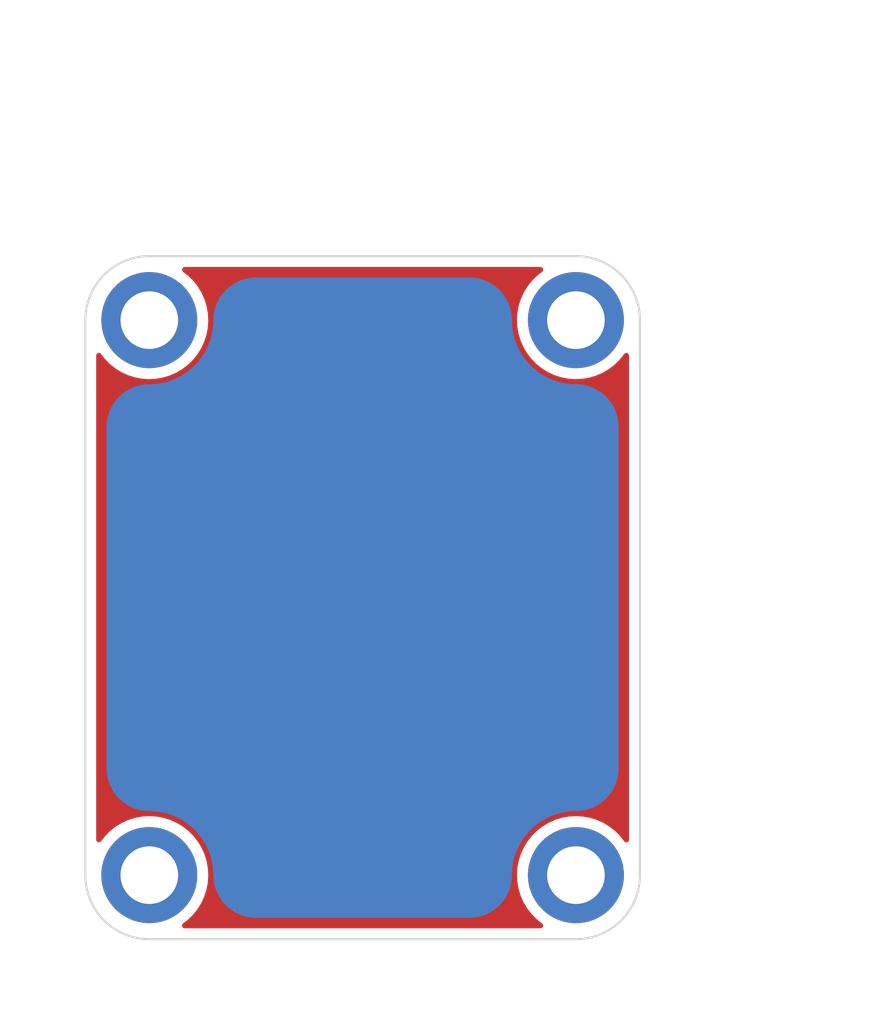
<source format=kicad_pcb>
(kicad_pcb (version 20211014) (generator pcbnew)
  (layers (0 "F.Cu" signal) (31 "B.Cu" signal) (34 "B.Paste" user) (35 "F.Paste" user) (36 "B.SilkS" user "B.Silkscreen") (37 "F.SilkS" user "F.Silkscreen") (38 "B.Mask" user) (39 "F.Mask" user) (44 "Edge.Cuts" user))
  (net 0 "")
  (footprint "MountingHole:MountingHole_2.7mm_M2.5_ISO14580_Pad_TopBottom" (layer "F.Cu") (at 170 79)
    (fp_text reference "H4" hide)
    (fp_text value "MountingHole" hide)
    (pad "1" connect circle locked (at 0 0) (size 4.5 4.5) (layers "F.Cu" "F.Mask"))
    (pad "1" thru_hole circle locked (at 0 0) (size 3.1 3.1) (drill 2.7) (layers *.Cu *.Mask))
    (pad "1" connect circle locked (at 0 0) (size 4.5 4.5) (layers "B.Cu" "B.Mask"))
  )
  (footprint "MountingHole:MountingHole_2.7mm_M2.5_ISO14580_Pad_TopBottom" (layer "F.Cu") (at 170 105)
    (fp_text reference "H2" hide)
    (fp_text value "MountingHole" hide)
    (pad "1" connect circle locked (at 0 0) (size 4.5 4.5) (layers "B.Cu" "B.Mask"))
    (pad "1" thru_hole circle locked (at 0 0) (size 3.1 3.1) (drill 2.7) (layers *.Cu *.Mask))
    (pad "1" connect circle locked (at 0 0) (size 4.5 4.5) (layers "F.Cu" "F.Mask"))
  )
  (footprint "MountingHole:MountingHole_2.7mm_M2.5_ISO14580_Pad_TopBottom" (layer "F.Cu") (at 150 105)
    (fp_text reference "H3" hide)
    (fp_text value "MountingHole" hide)
    (pad "1" connect circle locked (at 0 0) (size 4.5 4.5) (layers "F.Cu" "F.Mask"))
    (pad "1" thru_hole circle locked (at 0 0) (size 3.1 3.1) (drill 2.7) (layers *.Cu *.Mask))
    (pad "1" connect circle locked (at 0 0) (size 4.5 4.5) (layers "B.Cu" "B.Mask"))
  )
  (footprint "MountingHole:MountingHole_2.7mm_M2.5_ISO14580_Pad_TopBottom" (layer "F.Cu") (at 150 79)
    (fp_text reference "H1" hide)
    (fp_text value "MountingHole" hide)
    (pad "1" connect circle locked (at 0 0) (size 4.5 4.5) (layers "F.Cu" "F.Mask"))
    (pad "1" connect circle locked (at 0 0) (size 4.5 4.5) (layers "B.Cu" "B.Mask"))
    (pad "1" thru_hole circle locked (at 0 0) (size 3.1 3.1) (drill 2.7) (layers *.Cu *.Mask))
  )
  (gr_line locked (start 147 79) (end 147 105) (layer "Edge.Cuts") (width 0.1))
  (gr_arc locked (start 147 79) (mid 147.87868 76.87868) (end 150 76) (layer "Edge.Cuts") (width 0.1))
  (gr_arc locked (start 150 108) (mid 147.87868 107.12132) (end 147 105) (layer "Edge.Cuts") (width 0.1))
  (gr_line locked (start 173 105) (end 173 79) (layer "Edge.Cuts") (width 0.1))
  (gr_arc locked (start 170 76) (mid 172.12132 76.87868) (end 173 79) (layer "Edge.Cuts") (width 0.1))
  (gr_line locked (start 150 108) (end 170 108) (layer "Edge.Cuts") (width 0.1))
  (gr_arc locked (start 173 105) (mid 172.12132 107.12132) (end 170 108) (layer "Edge.Cuts") (width 0.1))
  (gr_line locked (start 170 76) (end 150 76) (layer "Edge.Cuts") (width 0.1))
  (zone locked (net 0) (net_name "") (layers F&B.Cu) (connect_pads yes (clearance 0.508)) (min_thickness 0.254) (fill yes (thermal_gap 0.508) (thermal_bridge_width 0.508))
    (polygon (pts (xy 173 108) (xy 147 108) (xy 147 76) (xy 173 76)))
  )
  (zone locked (net 0) (net_name "") (layers "B.Cu" "Edge.Cuts") (connect_pads (clearance 0)) (min_thickness 0.254)
    (keepout (tracks not_allowed) (vias not_allowed) (pads not_allowed) (copperpour not_allowed) (footprints allowed))
    (fill (thermal_gap 0.508) (thermal_bridge_width 0.508))
    (polygon (pts (xy 153 79) (xy 153.002548 78.857139) (xy 153.04321 78.574326) (xy 153.123707 78.300179) (xy 153.2424 78.040278) (xy 153.396873 77.799914) (xy 153.58398 77.58398) (xy 153.799914 77.396873) (xy 154.040278 77.2424) (xy 154.300179 77.123707) (xy 154.574326 77.04321) (xy 154.857139 77.002548) (xy 155 77) (xy 165 77) (xy 165.142861 77.002548) (xy 165.425674 77.04321) (xy 165.699821 77.123707) (xy 165.959722 77.2424) (xy 166.200086 77.396873) (xy 166.41602 77.58398) (xy 166.603127 77.799914) (xy 166.7576 78.040278) (xy 166.876293 78.300179) (xy 166.95679 78.574326) (xy 166.997452 78.857139) (xy 167 79) (xy 167.00236 79.168344) (xy 167.040057 79.502915) (xy 167.114977 79.831161) (xy 167.226178 80.148955) (xy 167.372261 80.4523) (xy 167.55139 80.737382) (xy 167.761311 81.000615) (xy 167.999385 81.238689) (xy 168.262618 81.44861) (xy 168.5477 81.627739) (xy 168.851045 81.773822) (xy 169.168839 81.885023) (xy 169.497085 81.959943) (xy 169.831656 81.99764) (xy 170 82) (xy 170.142861 82.002548) (xy 170.425674 82.04321) (xy 170.699821 82.123707) (xy 170.959722 82.2424) (xy 171.200086 82.396873) (xy 171.41602 82.58398) (xy 171.603127 82.799914) (xy 171.7576 83.040278) (xy 171.876293 83.300179) (xy 171.95679 83.574326) (xy 171.997452 83.857139) (xy 172 84) (xy 172 92) (xy 177 92) (xy 177 72) (xy 171.767766 77.232203) (xy 172.033676 77.541564) (xy 172.201051 77.809097) (xy 172.333425 78.095566) (xy 172.428696 78.396417) (xy 172.485346 78.706866) (xy 172.502477 79.021976) (xy 172.479815 79.336737) (xy 172.417721 79.646143) (xy 172.317182 79.945275) (xy 172.179796 80.229375) (xy 172.007749 80.493927) (xy 171.803776 80.734723) (xy 171.571121 80.947935) (xy 171.313483 81.130173) (xy 171.034959 81.278538) (xy 170.739978 81.390671) (xy 170.43323 81.464789) (xy 170.119593 81.499714) (xy 169.804055 81.494891) (xy 169.491632 81.450395) (xy 169.187293 81.366935) (xy 168.895877 81.245838) (xy 168.622018 81.089029) (xy 168.370071 80.899001) (xy 168.144042 80.678777) (xy 167.947525 80.431858) (xy 167.783644 80.162171) (xy 167.655007 79.874004) (xy 167.563659 79.571939) (xy 167.511051 79.26078) (xy 167.498021 78.945474) (xy 167.524775 78.631034) (xy 167.590889 78.322462) (xy 167.695311 78.024664) (xy 167.83638 77.742375) (xy 168.011853 77.480083) (xy 168.218941 77.24196) (xy 168.45435 77.031793) (xy 168.714337 76.852922) (xy 168.994767 76.708193) (xy 169.291182 76.599906) (xy 169.598868 76.529784) (xy 169.912933 76.498942) (xy 170.228382 76.507869) (xy 170.540199 76.556425) (xy 170.843427 76.643837) (xy 171.133243 76.768715) (xy 171.405039 76.929073) (xy 171.654493 77.122361) (xy 171.767767 77.232233) (xy 177 72) (xy 143 72) (xy 148.232233 77.232233) (xy 148.345507 77.122361) (xy 148.594961 76.929073) (xy 148.866757 76.768715) (xy 149.156573 76.643837) (xy 149.459801 76.556425) (xy 149.771618 76.507869) (xy 150.087067 76.498942) (xy 150.401132 76.529784) (xy 150.708818 76.599906) (xy 151.005233 76.708193) (xy 151.285663 76.852922) (xy 151.54565 77.031793) (xy 151.781059 77.24196) (xy 151.988147 77.480083) (xy 152.16362 77.742375) (xy 152.304689 78.024664) (xy 152.409111 78.322462) (xy 152.475225 78.631034) (xy 152.501979 78.945474) (xy 152.488949 79.26078) (xy 152.436341 79.571939) (xy 152.344993 79.874004) (xy 152.216356 80.162171) (xy 152.052475 80.431858) (xy 151.855958 80.678777) (xy 151.629929 80.899001) (xy 151.377982 81.089029) (xy 151.104123 81.245838) (xy 150.812707 81.366935) (xy 150.508368 81.450395) (xy 150.195945 81.494891) (xy 149.880407 81.499714) (xy 149.56677 81.464789) (xy 149.260022 81.390671) (xy 148.965041 81.278538) (xy 148.686517 81.130173) (xy 148.428879 80.947935) (xy 148.196224 80.734723) (xy 147.992251 80.493927) (xy 147.820204 80.229375) (xy 147.682818 79.945275) (xy 147.582279 79.646143) (xy 147.520185 79.336737) (xy 147.497523 79.021976) (xy 147.514654 78.706866) (xy 147.571304 78.396417) (xy 147.666575 78.095566) (xy 147.798949 77.809097) (xy 147.966324 77.541564) (xy 148.232431 77.231981) (xy 143 72) (xy 143 112) (xy 148.232769 106.767568) (xy 147.966324 106.458436) (xy 147.798949 106.190903) (xy 147.666575 105.904434) (xy 147.571304 105.603583) (xy 147.514654 105.293134) (xy 147.497523 104.978024) (xy 147.520185 104.663263) (xy 147.582279 104.353857) (xy 147.682818 104.054725) (xy 147.820204 103.770625) (xy 147.992251 103.506073) (xy 148.196224 103.265277) (xy 148.428879 103.052065) (xy 148.686517 102.869827) (xy 148.965041 102.721462) (xy 149.260022 102.609329) (xy 149.56677 102.535211) (xy 149.880407 102.500286) (xy 150.195945 102.505109) (xy 150.508368 102.549605) (xy 150.812707 102.633065) (xy 151.104123 102.754162) (xy 151.377982 102.910971) (xy 151.629929 103.100999) (xy 151.855958 103.321223) (xy 152.052475 103.568142) (xy 152.216356 103.837829) (xy 152.344993 104.125996) (xy 152.436341 104.428061) (xy 152.488949 104.73922) (xy 152.501979 105.054526) (xy 152.475225 105.368966) (xy 152.409111 105.677538) (xy 152.304689 105.975336) (xy 152.16362 106.257625) (xy 151.988147 106.519917) (xy 151.781059 106.75804) (xy 151.54565 106.968207) (xy 151.285663 107.147078) (xy 151.005233 107.291807) (xy 150.708818 107.400094) (xy 150.401132 107.470216) (xy 150.087067 107.501058) (xy 149.771618 107.492131) (xy 149.459801 107.443575) (xy 149.156573 107.356163) (xy 148.866757 107.231285) (xy 148.594961 107.070927) (xy 148.345507 106.877639) (xy 148.232233 106.767767) (xy 143 112) (xy 177 112) (xy 171.767767 106.767767) (xy 171.654493 106.877639) (xy 171.405039 107.070927) (xy 171.133243 107.231285) (xy 170.843427 107.356163) (xy 170.540199 107.443575) (xy 170.228382 107.492131) (xy 169.912933 107.501058) (xy 169.598868 107.470216) (xy 169.291182 107.400094) (xy 168.994767 107.291807) (xy 168.714337 107.147078) (xy 168.45435 106.968207) (xy 168.218941 106.75804) (xy 168.011853 106.519917) (xy 167.83638 106.257625) (xy 167.695311 105.975336) (xy 167.590889 105.677538) (xy 167.524775 105.368966) (xy 167.498021 105.054526) (xy 167.511051 104.73922) (xy 167.563659 104.428061) (xy 167.655007 104.125996) (xy 167.783644 103.837829) (xy 167.947525 103.568142) (xy 168.144042 103.321223) (xy 168.370071 103.100999) (xy 168.622018 102.910971) (xy 168.895877 102.754162) (xy 169.187293 102.633065) (xy 169.491632 102.549605) (xy 169.804055 102.505109) (xy 170.119593 102.500286) (xy 170.43323 102.535211) (xy 170.739978 102.609329) (xy 171.034959 102.721462) (xy 171.313483 102.869827) (xy 171.571121 103.052065) (xy 171.803776 103.265277) (xy 172.007749 103.506073) (xy 172.179796 103.770625) (xy 172.317182 104.054725) (xy 172.417721 104.353857) (xy 172.479815 104.663263) (xy 172.502477 104.978024) (xy 172.485346 105.293134) (xy 172.428696 105.603583) (xy 172.333425 105.904434) (xy 172.201051 106.190903) (xy 172.033676 106.458436) (xy 171.768908 106.768244) (xy 177 112) (xy 177 92) (xy 172 92) (xy 172 100) (xy 171.997452 100.142861) (xy 171.95679 100.425674) (xy 171.876293 100.699821) (xy 171.7576 100.959722) (xy 171.603127 101.200086) (xy 171.41602 101.41602) (xy 171.200086 101.603127) (xy 170.959722 101.7576) (xy 170.699821 101.876293) (xy 170.425674 101.95679) (xy 170.142861 101.997452) (xy 170 102) (xy 169.831656 102.00236) (xy 169.497085 102.040057) (xy 169.168839 102.114977) (xy 168.851045 102.226178) (xy 168.5477 102.372261) (xy 168.262618 102.55139) (xy 167.999385 102.761311) (xy 167.761311 102.999385) (xy 167.55139 103.262618) (xy 167.372261 103.5477) (xy 167.226178 103.851045) (xy 167.114977 104.168839) (xy 167.040057 104.497085) (xy 167.00236 104.831656) (xy 167 105) (xy 166.997452 105.142861) (xy 166.95679 105.425674) (xy 166.876293 105.699821) (xy 166.7576 105.959722) (xy 166.603127 106.200086) (xy 166.41602 106.41602) (xy 166.200086 106.603127) (xy 165.959722 106.7576) (xy 165.699821 106.876293) (xy 165.425674 106.95679) (xy 165.142861 106.997452) (xy 165 107) (xy 155 107) (xy 154.857139 106.997452) (xy 154.574326 106.95679) (xy 154.300179 106.876293) (xy 154.040278 106.7576) (xy 153.799914 106.603127) (xy 153.58398 106.41602) (xy 153.396873 106.200086) (xy 153.2424 105.959722) (xy 153.123707 105.699821) (xy 153.04321 105.425674) (xy 153.002548 105.142861) (xy 153 105) (xy 152.99764 104.831656) (xy 152.959943 104.497085) (xy 152.885023 104.168839) (xy 152.773822 103.851045) (xy 152.627739 103.5477) (xy 152.44861 103.262618) (xy 152.238689 102.999385) (xy 152.000615 102.761311) (xy 151.737382 102.55139) (xy 151.4523 102.372261) (xy 151.148955 102.226178) (xy 150.831161 102.114977) (xy 150.502915 102.040057) (xy 150.168344 102.00236) (xy 150 102) (xy 149.857139 101.997452) (xy 149.574326 101.95679) (xy 149.300179 101.876293) (xy 149.040278 101.7576) (xy 148.799914 101.603127) (xy 148.58398 101.41602) (xy 148.396873 101.200086) (xy 148.2424 100.959722) (xy 148.123707 100.699821) (xy 148.04321 100.425674) (xy 148.002548 100.142861) (xy 148 100) (xy 148 84) (xy 148.002548 83.857139) (xy 148.04321 83.574326) (xy 148.123707 83.300179) (xy 148.2424 83.040278) (xy 148.396873 82.799914) (xy 148.58398 82.58398) (xy 148.799914 82.396873) (xy 149.040278 82.2424) (xy 149.300179 82.123707) (xy 149.574326 82.04321) (xy 149.857139 82.002548) (xy 150 82) (xy 150.168344 81.99764) (xy 150.502915 81.959943) (xy 150.831161 81.885023) (xy 151.148955 81.773822) (xy 151.4523 81.627739) (xy 151.737382 81.44861) (xy 152.000615 81.238689) (xy 152.238689 81.000615) (xy 152.44861 80.737382) (xy 152.627739 80.4523) (xy 152.773822 80.148955) (xy 152.885023 79.831161) (xy 152.959943 79.502915) (xy 152.99764 79.168344)))
  )
)
</source>
